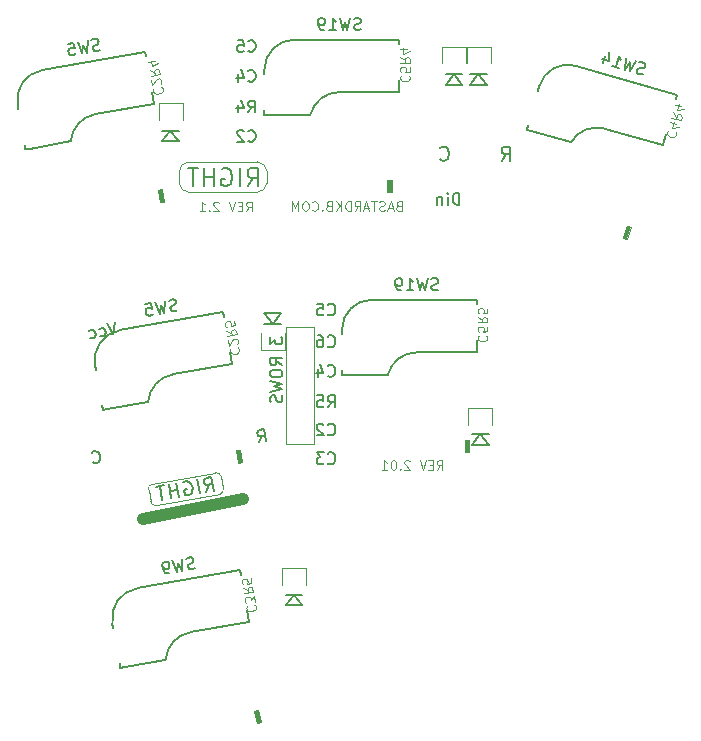
<source format=gbo>
G04 Layer: BottomSilkscreenLayer*
G04 EasyEDA v6.5.25, 2023-03-20 21:11:36*
**********************************至少这一行要换成自己的************************************
G04 Gerber Generator version 0.2*
G04 Scale: 100 percent, Rotated: No, Reflected: No *
G04 Dimensions in millimeters  *
G04 leading zeros omitted , absolute positions ,3 integer and 6 decimal *
G04 #@! TF.GenerationSoftware,KiCad,Pcbnew,7.0.7*
G04 #@! TF.CreationDate,2024-02-03T15:44:35+08:00*
G04 #@! TF.ProjectId,flex,666c6578-2e6b-4696-9361-645f70636258,rev?*
G04 #@! TF.SameCoordinates,Original*
G04 #@! TF.FileFunction,Legend,Bot*
G04 #@! TF.FilePolarity,Positive*
%FSLAX46Y46*%
G04 Gerber Fmt 4.6, Leading zero omitted, Abs format (unit mm)*
G04 Created by KiCad (PCBNEW 7.0.7) date 2024-02-03 15:44:35*
%MOMM*%
%LPD*%
G01*
G04 APERTURE LIST*
%ADD10C,0.120000*%
%ADD11C,1.000000*%
%ADD12C,0.150000*%
%ADD13C,0.200000*%
%ADD14C,0.100000*%
G04 APERTURE END LIST*
D10*
X80781745Y-58484850D02*
G75*
G03*
X81577823Y-57703979I-4045J800350D01*
G01*
X74971934Y-55913790D02*
X80796934Y-55913790D01*
X81577800Y-56684869D02*
G75*
G03*
X80796934Y-55913790I-800400J-29631D01*
G01*
X74971934Y-55913828D02*
G75*
G03*
X74175856Y-56694679I4066J-800372D01*
G01*
X77723108Y-82546359D02*
G75*
G03*
X77220842Y-82234731I-392008J-71241D01*
G01*
D11*
X79530000Y-84475000D02*
X71105000Y-86125000D01*
D10*
X71878257Y-83176758D02*
G75*
G03*
X71566618Y-83678960I71143J-391942D01*
G01*
X71878259Y-83176768D02*
X77220842Y-82234730D01*
X77588358Y-84052192D02*
X72245775Y-84994230D01*
X80781745Y-58484869D02*
X74956745Y-58484868D01*
X77900000Y-83550000D02*
X77723033Y-82546372D01*
X81577823Y-57703979D02*
X81577823Y-56684868D01*
X74175856Y-56694679D02*
X74175856Y-57713790D01*
X77588349Y-84052141D02*
G75*
G03*
X77900000Y-83550000I-71149J391941D01*
G01*
X71566617Y-83678960D02*
X71743584Y-84682588D01*
X74175843Y-57713790D02*
G75*
G03*
X74956745Y-58484868I800357J29590D01*
G01*
X83197500Y-69850000D02*
X85572500Y-69850000D01*
X85572500Y-79800000D01*
X83197500Y-79800000D01*
X83197500Y-69850000D01*
X71743518Y-84682599D02*
G75*
G03*
X72245775Y-84994230I391982J71199D01*
G01*
X79900469Y-93525348D02*
X79869568Y-93569480D01*
X79869568Y-93569480D02*
X79851897Y-93688644D01*
X79851897Y-93688644D02*
X79865127Y-93763677D01*
X79865127Y-93763677D02*
X79922489Y-93869611D01*
X79922489Y-93869611D02*
X80010752Y-93931414D01*
X80010752Y-93931414D02*
X80092401Y-93955700D01*
X80092401Y-93955700D02*
X80249082Y-93966756D01*
X80249082Y-93966756D02*
X80361631Y-93946910D01*
X80361631Y-93946910D02*
X80505082Y-93882933D01*
X80505082Y-93882933D02*
X80573500Y-93832187D01*
X80573500Y-93832187D02*
X80635302Y-93743923D01*
X80635302Y-93743923D02*
X80652973Y-93624759D01*
X80652973Y-93624759D02*
X80639743Y-93549726D01*
X80639743Y-93549726D02*
X80582381Y-93443791D01*
X80582381Y-93443791D02*
X80538249Y-93412890D01*
X80566976Y-93137044D02*
X80480979Y-92649330D01*
X80480979Y-92649330D02*
X80227153Y-92964867D01*
X80227153Y-92964867D02*
X80207308Y-92852317D01*
X80207308Y-92852317D02*
X80156561Y-92783899D01*
X80156561Y-92783899D02*
X80112429Y-92752998D01*
X80112429Y-92752998D02*
X80030781Y-92728712D01*
X80030781Y-92728712D02*
X79843199Y-92761788D01*
X79843199Y-92761788D02*
X79774781Y-92812535D01*
X79774781Y-92812535D02*
X79743880Y-92856666D01*
X79743880Y-92856666D02*
X79719593Y-92938314D01*
X79719593Y-92938314D02*
X79759284Y-93163413D01*
X79759284Y-93163413D02*
X79810031Y-93231831D01*
X79810031Y-93231831D02*
X79854163Y-93262732D01*
X79554214Y-92000402D02*
X79975685Y-92196866D01*
X79633596Y-92450600D02*
X80421442Y-92311681D01*
X80421442Y-92311681D02*
X80368521Y-92011549D01*
X80368521Y-92011549D02*
X80317774Y-91943132D01*
X80317774Y-91943132D02*
X80273643Y-91912230D01*
X80273643Y-91912230D02*
X80191994Y-91887944D01*
X80191994Y-91887944D02*
X80079445Y-91907790D01*
X80079445Y-91907790D02*
X80011027Y-91958537D01*
X80011027Y-91958537D02*
X79980126Y-92002668D01*
X79980126Y-92002668D02*
X79955840Y-92084316D01*
X79955840Y-92084316D02*
X80008761Y-92384448D01*
X80216372Y-91148670D02*
X80282524Y-91523835D01*
X80282524Y-91523835D02*
X79913974Y-91627503D01*
X79913974Y-91627503D02*
X79944875Y-91583372D01*
X79944875Y-91583372D02*
X79969162Y-91501724D01*
X79969162Y-91501724D02*
X79936086Y-91314141D01*
X79936086Y-91314141D02*
X79885339Y-91245723D01*
X79885339Y-91245723D02*
X79841207Y-91214822D01*
X79841207Y-91214822D02*
X79759559Y-91190536D01*
X79759559Y-91190536D02*
X79571977Y-91223612D01*
X79571977Y-91223612D02*
X79503559Y-91274358D01*
X79503559Y-91274358D02*
X79472658Y-91318490D01*
X79472658Y-91318490D02*
X79448371Y-91400138D01*
X79448371Y-91400138D02*
X79481447Y-91587721D01*
X79481447Y-91587721D02*
X79532194Y-91656138D01*
X79532194Y-91656138D02*
X79576326Y-91687040D01*
D12*
X80007192Y-49027365D02*
X80054811Y-49074985D01*
X80054811Y-49074985D02*
X80197668Y-49122604D01*
X80197668Y-49122604D02*
X80292906Y-49122604D01*
X80292906Y-49122604D02*
X80435763Y-49074985D01*
X80435763Y-49074985D02*
X80531001Y-48979746D01*
X80531001Y-48979746D02*
X80578620Y-48884508D01*
X80578620Y-48884508D02*
X80626239Y-48694032D01*
X80626239Y-48694032D02*
X80626239Y-48551175D01*
X80626239Y-48551175D02*
X80578620Y-48360699D01*
X80578620Y-48360699D02*
X80531001Y-48265461D01*
X80531001Y-48265461D02*
X80435763Y-48170223D01*
X80435763Y-48170223D02*
X80292906Y-48122604D01*
X80292906Y-48122604D02*
X80197668Y-48122604D01*
X80197668Y-48122604D02*
X80054811Y-48170223D01*
X80054811Y-48170223D02*
X80007192Y-48217842D01*
X79150049Y-48455937D02*
X79150049Y-49122604D01*
X79388144Y-48074985D02*
X79626239Y-48789270D01*
X79626239Y-48789270D02*
X79007192Y-48789270D01*
X66903495Y-81355727D02*
X66958659Y-81394354D01*
X66958659Y-81394354D02*
X67107615Y-81416442D01*
X67107615Y-81416442D02*
X67201406Y-81399904D01*
X67201406Y-81399904D02*
X67333824Y-81328202D01*
X67333824Y-81328202D02*
X67411077Y-81217873D01*
X67411077Y-81217873D02*
X67441435Y-81115813D01*
X67441435Y-81115813D02*
X67455255Y-80919961D01*
X67455255Y-80919961D02*
X67430448Y-80779274D01*
X67430448Y-80779274D02*
X67350476Y-80599961D01*
X67350476Y-80599961D02*
X67287043Y-80514439D01*
X67287043Y-80514439D02*
X67176714Y-80437185D01*
X67176714Y-80437185D02*
X67027758Y-80415097D01*
X67027758Y-80415097D02*
X66933967Y-80431634D01*
X66933967Y-80431634D02*
X66801549Y-80503337D01*
X66801549Y-80503337D02*
X66762922Y-80558502D01*
X80924157Y-79651657D02*
X81169736Y-79124818D01*
X81486904Y-79552430D02*
X81313256Y-78567622D01*
X81313256Y-78567622D02*
X80938091Y-78633773D01*
X80938091Y-78633773D02*
X80852569Y-78697207D01*
X80852569Y-78697207D02*
X80813942Y-78752372D01*
X80813942Y-78752372D02*
X80783584Y-78854432D01*
X80783584Y-78854432D02*
X80808391Y-78995119D01*
X80808391Y-78995119D02*
X80871825Y-79080641D01*
X80871825Y-79080641D02*
X80926989Y-79119267D01*
X80926989Y-79119267D02*
X81029049Y-79149625D01*
X81029049Y-79149625D02*
X81404214Y-79083473D01*
X80007192Y-54127365D02*
X80054811Y-54174985D01*
X80054811Y-54174985D02*
X80197668Y-54222604D01*
X80197668Y-54222604D02*
X80292906Y-54222604D01*
X80292906Y-54222604D02*
X80435763Y-54174985D01*
X80435763Y-54174985D02*
X80531001Y-54079746D01*
X80531001Y-54079746D02*
X80578620Y-53984508D01*
X80578620Y-53984508D02*
X80626239Y-53794032D01*
X80626239Y-53794032D02*
X80626239Y-53651175D01*
X80626239Y-53651175D02*
X80578620Y-53460699D01*
X80578620Y-53460699D02*
X80531001Y-53365461D01*
X80531001Y-53365461D02*
X80435763Y-53270223D01*
X80435763Y-53270223D02*
X80292906Y-53222604D01*
X80292906Y-53222604D02*
X80197668Y-53222604D01*
X80197668Y-53222604D02*
X80054811Y-53270223D01*
X80054811Y-53270223D02*
X80007192Y-53317842D01*
X79626239Y-53317842D02*
X79578620Y-53270223D01*
X79578620Y-53270223D02*
X79483382Y-53222604D01*
X79483382Y-53222604D02*
X79245287Y-53222604D01*
X79245287Y-53222604D02*
X79150049Y-53270223D01*
X79150049Y-53270223D02*
X79102430Y-53317842D01*
X79102430Y-53317842D02*
X79054811Y-53413080D01*
X79054811Y-53413080D02*
X79054811Y-53508318D01*
X79054811Y-53508318D02*
X79102430Y-53651175D01*
X79102430Y-53651175D02*
X79673858Y-54222604D01*
X79673858Y-54222604D02*
X79054811Y-54222604D01*
X86741666Y-78977180D02*
X86789285Y-79024800D01*
X86789285Y-79024800D02*
X86932142Y-79072419D01*
X86932142Y-79072419D02*
X87027380Y-79072419D01*
X87027380Y-79072419D02*
X87170237Y-79024800D01*
X87170237Y-79024800D02*
X87265475Y-78929561D01*
X87265475Y-78929561D02*
X87313094Y-78834323D01*
X87313094Y-78834323D02*
X87360713Y-78643847D01*
X87360713Y-78643847D02*
X87360713Y-78500990D01*
X87360713Y-78500990D02*
X87313094Y-78310514D01*
X87313094Y-78310514D02*
X87265475Y-78215276D01*
X87265475Y-78215276D02*
X87170237Y-78120038D01*
X87170237Y-78120038D02*
X87027380Y-78072419D01*
X87027380Y-78072419D02*
X86932142Y-78072419D01*
X86932142Y-78072419D02*
X86789285Y-78120038D01*
X86789285Y-78120038D02*
X86741666Y-78167657D01*
X86360713Y-78167657D02*
X86313094Y-78120038D01*
X86313094Y-78120038D02*
X86217856Y-78072419D01*
X86217856Y-78072419D02*
X85979761Y-78072419D01*
X85979761Y-78072419D02*
X85884523Y-78120038D01*
X85884523Y-78120038D02*
X85836904Y-78167657D01*
X85836904Y-78167657D02*
X85789285Y-78262895D01*
X85789285Y-78262895D02*
X85789285Y-78358133D01*
X85789285Y-78358133D02*
X85836904Y-78500990D01*
X85836904Y-78500990D02*
X86408332Y-79072419D01*
X86408332Y-79072419D02*
X85789285Y-79072419D01*
X80007192Y-51722604D02*
X80340525Y-51246413D01*
X80578620Y-51722604D02*
X80578620Y-50722604D01*
X80578620Y-50722604D02*
X80197668Y-50722604D01*
X80197668Y-50722604D02*
X80102430Y-50770223D01*
X80102430Y-50770223D02*
X80054811Y-50817842D01*
X80054811Y-50817842D02*
X80007192Y-50913080D01*
X80007192Y-50913080D02*
X80007192Y-51055937D01*
X80007192Y-51055937D02*
X80054811Y-51151175D01*
X80054811Y-51151175D02*
X80102430Y-51198794D01*
X80102430Y-51198794D02*
X80197668Y-51246413D01*
X80197668Y-51246413D02*
X80578620Y-51246413D01*
X79150049Y-51055937D02*
X79150049Y-51722604D01*
X79388144Y-50674985D02*
X79626239Y-51389270D01*
X79626239Y-51389270D02*
X79007192Y-51389270D01*
D10*
X92746478Y-59637592D02*
X92632192Y-59675687D01*
X92632192Y-59675687D02*
X92594097Y-59713783D01*
X92594097Y-59713783D02*
X92556001Y-59789973D01*
X92556001Y-59789973D02*
X92556001Y-59904259D01*
X92556001Y-59904259D02*
X92594097Y-59980449D01*
X92594097Y-59980449D02*
X92632192Y-60018545D01*
X92632192Y-60018545D02*
X92708382Y-60056640D01*
X92708382Y-60056640D02*
X93013144Y-60056640D01*
X93013144Y-60056640D02*
X93013144Y-59256640D01*
X93013144Y-59256640D02*
X92746478Y-59256640D01*
X92746478Y-59256640D02*
X92670287Y-59294735D01*
X92670287Y-59294735D02*
X92632192Y-59332830D01*
X92632192Y-59332830D02*
X92594097Y-59409021D01*
X92594097Y-59409021D02*
X92594097Y-59485211D01*
X92594097Y-59485211D02*
X92632192Y-59561402D01*
X92632192Y-59561402D02*
X92670287Y-59599497D01*
X92670287Y-59599497D02*
X92746478Y-59637592D01*
X92746478Y-59637592D02*
X93013144Y-59637592D01*
X92251240Y-59828068D02*
X91870287Y-59828068D01*
X92327430Y-60056640D02*
X92060763Y-59256640D01*
X92060763Y-59256640D02*
X91794097Y-60056640D01*
X91565526Y-60018545D02*
X91451240Y-60056640D01*
X91451240Y-60056640D02*
X91260764Y-60056640D01*
X91260764Y-60056640D02*
X91184573Y-60018545D01*
X91184573Y-60018545D02*
X91146478Y-59980449D01*
X91146478Y-59980449D02*
X91108383Y-59904259D01*
X91108383Y-59904259D02*
X91108383Y-59828068D01*
X91108383Y-59828068D02*
X91146478Y-59751878D01*
X91146478Y-59751878D02*
X91184573Y-59713783D01*
X91184573Y-59713783D02*
X91260764Y-59675687D01*
X91260764Y-59675687D02*
X91413145Y-59637592D01*
X91413145Y-59637592D02*
X91489335Y-59599497D01*
X91489335Y-59599497D02*
X91527430Y-59561402D01*
X91527430Y-59561402D02*
X91565526Y-59485211D01*
X91565526Y-59485211D02*
X91565526Y-59409021D01*
X91565526Y-59409021D02*
X91527430Y-59332830D01*
X91527430Y-59332830D02*
X91489335Y-59294735D01*
X91489335Y-59294735D02*
X91413145Y-59256640D01*
X91413145Y-59256640D02*
X91222668Y-59256640D01*
X91222668Y-59256640D02*
X91108383Y-59294735D01*
X90879811Y-59256640D02*
X90422668Y-59256640D01*
X90651240Y-60056640D02*
X90651240Y-59256640D01*
X90194097Y-59828068D02*
X89813144Y-59828068D01*
X90270287Y-60056640D02*
X90003620Y-59256640D01*
X90003620Y-59256640D02*
X89736954Y-60056640D01*
X89013144Y-60056640D02*
X89279811Y-59675687D01*
X89470287Y-60056640D02*
X89470287Y-59256640D01*
X89470287Y-59256640D02*
X89165525Y-59256640D01*
X89165525Y-59256640D02*
X89089335Y-59294735D01*
X89089335Y-59294735D02*
X89051240Y-59332830D01*
X89051240Y-59332830D02*
X89013144Y-59409021D01*
X89013144Y-59409021D02*
X89013144Y-59523306D01*
X89013144Y-59523306D02*
X89051240Y-59599497D01*
X89051240Y-59599497D02*
X89089335Y-59637592D01*
X89089335Y-59637592D02*
X89165525Y-59675687D01*
X89165525Y-59675687D02*
X89470287Y-59675687D01*
X88670287Y-60056640D02*
X88670287Y-59256640D01*
X88670287Y-59256640D02*
X88479811Y-59256640D01*
X88479811Y-59256640D02*
X88365525Y-59294735D01*
X88365525Y-59294735D02*
X88289335Y-59370925D01*
X88289335Y-59370925D02*
X88251240Y-59447116D01*
X88251240Y-59447116D02*
X88213144Y-59599497D01*
X88213144Y-59599497D02*
X88213144Y-59713783D01*
X88213144Y-59713783D02*
X88251240Y-59866164D01*
X88251240Y-59866164D02*
X88289335Y-59942354D01*
X88289335Y-59942354D02*
X88365525Y-60018545D01*
X88365525Y-60018545D02*
X88479811Y-60056640D01*
X88479811Y-60056640D02*
X88670287Y-60056640D01*
X87870287Y-60056640D02*
X87870287Y-59256640D01*
X87413144Y-60056640D02*
X87756002Y-59599497D01*
X87413144Y-59256640D02*
X87870287Y-59713783D01*
X86803621Y-59637592D02*
X86689335Y-59675687D01*
X86689335Y-59675687D02*
X86651240Y-59713783D01*
X86651240Y-59713783D02*
X86613144Y-59789973D01*
X86613144Y-59789973D02*
X86613144Y-59904259D01*
X86613144Y-59904259D02*
X86651240Y-59980449D01*
X86651240Y-59980449D02*
X86689335Y-60018545D01*
X86689335Y-60018545D02*
X86765525Y-60056640D01*
X86765525Y-60056640D02*
X87070287Y-60056640D01*
X87070287Y-60056640D02*
X87070287Y-59256640D01*
X87070287Y-59256640D02*
X86803621Y-59256640D01*
X86803621Y-59256640D02*
X86727430Y-59294735D01*
X86727430Y-59294735D02*
X86689335Y-59332830D01*
X86689335Y-59332830D02*
X86651240Y-59409021D01*
X86651240Y-59409021D02*
X86651240Y-59485211D01*
X86651240Y-59485211D02*
X86689335Y-59561402D01*
X86689335Y-59561402D02*
X86727430Y-59599497D01*
X86727430Y-59599497D02*
X86803621Y-59637592D01*
X86803621Y-59637592D02*
X87070287Y-59637592D01*
X86270287Y-59980449D02*
X86232192Y-60018545D01*
X86232192Y-60018545D02*
X86270287Y-60056640D01*
X86270287Y-60056640D02*
X86308383Y-60018545D01*
X86308383Y-60018545D02*
X86270287Y-59980449D01*
X86270287Y-59980449D02*
X86270287Y-60056640D01*
X85432192Y-59980449D02*
X85470288Y-60018545D01*
X85470288Y-60018545D02*
X85584573Y-60056640D01*
X85584573Y-60056640D02*
X85660764Y-60056640D01*
X85660764Y-60056640D02*
X85775050Y-60018545D01*
X85775050Y-60018545D02*
X85851240Y-59942354D01*
X85851240Y-59942354D02*
X85889335Y-59866164D01*
X85889335Y-59866164D02*
X85927431Y-59713783D01*
X85927431Y-59713783D02*
X85927431Y-59599497D01*
X85927431Y-59599497D02*
X85889335Y-59447116D01*
X85889335Y-59447116D02*
X85851240Y-59370925D01*
X85851240Y-59370925D02*
X85775050Y-59294735D01*
X85775050Y-59294735D02*
X85660764Y-59256640D01*
X85660764Y-59256640D02*
X85584573Y-59256640D01*
X85584573Y-59256640D02*
X85470288Y-59294735D01*
X85470288Y-59294735D02*
X85432192Y-59332830D01*
X84936954Y-59256640D02*
X84784573Y-59256640D01*
X84784573Y-59256640D02*
X84708383Y-59294735D01*
X84708383Y-59294735D02*
X84632192Y-59370925D01*
X84632192Y-59370925D02*
X84594097Y-59523306D01*
X84594097Y-59523306D02*
X84594097Y-59789973D01*
X84594097Y-59789973D02*
X84632192Y-59942354D01*
X84632192Y-59942354D02*
X84708383Y-60018545D01*
X84708383Y-60018545D02*
X84784573Y-60056640D01*
X84784573Y-60056640D02*
X84936954Y-60056640D01*
X84936954Y-60056640D02*
X85013145Y-60018545D01*
X85013145Y-60018545D02*
X85089335Y-59942354D01*
X85089335Y-59942354D02*
X85127431Y-59789973D01*
X85127431Y-59789973D02*
X85127431Y-59523306D01*
X85127431Y-59523306D02*
X85089335Y-59370925D01*
X85089335Y-59370925D02*
X85013145Y-59294735D01*
X85013145Y-59294735D02*
X84936954Y-59256640D01*
X84251240Y-60056640D02*
X84251240Y-59256640D01*
X84251240Y-59256640D02*
X83984574Y-59828068D01*
X83984574Y-59828068D02*
X83717907Y-59256640D01*
X83717907Y-59256640D02*
X83717907Y-60056640D01*
D12*
X86741666Y-68817180D02*
X86789285Y-68864800D01*
X86789285Y-68864800D02*
X86932142Y-68912419D01*
X86932142Y-68912419D02*
X87027380Y-68912419D01*
X87027380Y-68912419D02*
X87170237Y-68864800D01*
X87170237Y-68864800D02*
X87265475Y-68769561D01*
X87265475Y-68769561D02*
X87313094Y-68674323D01*
X87313094Y-68674323D02*
X87360713Y-68483847D01*
X87360713Y-68483847D02*
X87360713Y-68340990D01*
X87360713Y-68340990D02*
X87313094Y-68150514D01*
X87313094Y-68150514D02*
X87265475Y-68055276D01*
X87265475Y-68055276D02*
X87170237Y-67960038D01*
X87170237Y-67960038D02*
X87027380Y-67912419D01*
X87027380Y-67912419D02*
X86932142Y-67912419D01*
X86932142Y-67912419D02*
X86789285Y-67960038D01*
X86789285Y-67960038D02*
X86741666Y-68007657D01*
X85836904Y-67912419D02*
X86313094Y-67912419D01*
X86313094Y-67912419D02*
X86360713Y-68388609D01*
X86360713Y-68388609D02*
X86313094Y-68340990D01*
X86313094Y-68340990D02*
X86217856Y-68293371D01*
X86217856Y-68293371D02*
X85979761Y-68293371D01*
X85979761Y-68293371D02*
X85884523Y-68340990D01*
X85884523Y-68340990D02*
X85836904Y-68388609D01*
X85836904Y-68388609D02*
X85789285Y-68483847D01*
X85789285Y-68483847D02*
X85789285Y-68721942D01*
X85789285Y-68721942D02*
X85836904Y-68817180D01*
X85836904Y-68817180D02*
X85884523Y-68864800D01*
X85884523Y-68864800D02*
X85979761Y-68912419D01*
X85979761Y-68912419D02*
X86217856Y-68912419D01*
X86217856Y-68912419D02*
X86313094Y-68864800D01*
X86313094Y-68864800D02*
X86360713Y-68817180D01*
X76394563Y-83883321D02*
X76689259Y-83251114D01*
X77069860Y-83764248D02*
X76861482Y-82582478D01*
X76861482Y-82582478D02*
X76411285Y-82661861D01*
X76411285Y-82661861D02*
X76308658Y-82737981D01*
X76308658Y-82737981D02*
X76262306Y-82804178D01*
X76262306Y-82804178D02*
X76225877Y-82926650D01*
X76225877Y-82926650D02*
X76255645Y-83095475D01*
X76255645Y-83095475D02*
X76331765Y-83198101D01*
X76331765Y-83198101D02*
X76397963Y-83244453D01*
X76397963Y-83244453D02*
X76520435Y-83280883D01*
X76520435Y-83280883D02*
X76970633Y-83201501D01*
X75888091Y-83972626D02*
X75679713Y-82790856D01*
X74507866Y-83055509D02*
X74610493Y-82979389D01*
X74610493Y-82979389D02*
X74779317Y-82949620D01*
X74779317Y-82949620D02*
X74958064Y-82976127D01*
X74958064Y-82976127D02*
X75090459Y-83068831D01*
X75090459Y-83068831D02*
X75166579Y-83171458D01*
X75166579Y-83171458D02*
X75262545Y-83386634D01*
X75262545Y-83386634D02*
X75292313Y-83555458D01*
X75292313Y-83555458D02*
X75275729Y-83790480D01*
X75275729Y-83790480D02*
X75239300Y-83912952D01*
X75239300Y-83912952D02*
X75146596Y-84045347D01*
X75146596Y-84045347D02*
X74987695Y-84131390D01*
X74987695Y-84131390D02*
X74875145Y-84151235D01*
X74875145Y-84151235D02*
X74696398Y-84124729D01*
X74696398Y-84124729D02*
X74630201Y-84078377D01*
X74630201Y-84078377D02*
X74560742Y-83684454D01*
X74560742Y-83684454D02*
X74785841Y-83644763D01*
X74143574Y-84280231D02*
X73935196Y-83098462D01*
X74034424Y-83661209D02*
X73359127Y-83780282D01*
X73468277Y-84399304D02*
X73259899Y-83217535D01*
X72865976Y-83286994D02*
X72190679Y-83406067D01*
X72736705Y-84528300D02*
X72528328Y-83346531D01*
X97892906Y-59522604D02*
X97892906Y-58522604D01*
X97892906Y-58522604D02*
X97654811Y-58522604D01*
X97654811Y-58522604D02*
X97511954Y-58570223D01*
X97511954Y-58570223D02*
X97416716Y-58665461D01*
X97416716Y-58665461D02*
X97369097Y-58760699D01*
X97369097Y-58760699D02*
X97321478Y-58951175D01*
X97321478Y-58951175D02*
X97321478Y-59094032D01*
X97321478Y-59094032D02*
X97369097Y-59284508D01*
X97369097Y-59284508D02*
X97416716Y-59379746D01*
X97416716Y-59379746D02*
X97511954Y-59474985D01*
X97511954Y-59474985D02*
X97654811Y-59522604D01*
X97654811Y-59522604D02*
X97892906Y-59522604D01*
X96892906Y-59522604D02*
X96892906Y-58855937D01*
X96892906Y-58522604D02*
X96940525Y-58570223D01*
X96940525Y-58570223D02*
X96892906Y-58617842D01*
X96892906Y-58617842D02*
X96845287Y-58570223D01*
X96845287Y-58570223D02*
X96892906Y-58522604D01*
X96892906Y-58522604D02*
X96892906Y-58617842D01*
X96416716Y-58855937D02*
X96416716Y-59522604D01*
X96416716Y-58951175D02*
X96369097Y-58903556D01*
X96369097Y-58903556D02*
X96273859Y-58855937D01*
X96273859Y-58855937D02*
X96131002Y-58855937D01*
X96131002Y-58855937D02*
X96035764Y-58903556D01*
X96035764Y-58903556D02*
X95988145Y-58998794D01*
X95988145Y-58998794D02*
X95988145Y-59522604D01*
X68736837Y-69459200D02*
X68582216Y-70501891D01*
X68582216Y-70501891D02*
X68080298Y-69574966D01*
X67495348Y-70645181D02*
X67597408Y-70675539D01*
X67597408Y-70675539D02*
X67784990Y-70642463D01*
X67784990Y-70642463D02*
X67870512Y-70579029D01*
X67870512Y-70579029D02*
X67909139Y-70523865D01*
X67909139Y-70523865D02*
X67939497Y-70421805D01*
X67939497Y-70421805D02*
X67889883Y-70140431D01*
X67889883Y-70140431D02*
X67826449Y-70054909D01*
X67826449Y-70054909D02*
X67771285Y-70016282D01*
X67771285Y-70016282D02*
X67669225Y-69985924D01*
X67669225Y-69985924D02*
X67481642Y-70019000D01*
X67481642Y-70019000D02*
X67396120Y-70082434D01*
X66651227Y-70794022D02*
X66753287Y-70824380D01*
X66753287Y-70824380D02*
X66940869Y-70791304D01*
X66940869Y-70791304D02*
X67026391Y-70727871D01*
X67026391Y-70727871D02*
X67065018Y-70672706D01*
X67065018Y-70672706D02*
X67095376Y-70570646D01*
X67095376Y-70570646D02*
X67045762Y-70289272D01*
X67045762Y-70289272D02*
X66982328Y-70203750D01*
X66982328Y-70203750D02*
X66927164Y-70165123D01*
X66927164Y-70165123D02*
X66825104Y-70134766D01*
X66825104Y-70134766D02*
X66637521Y-70167842D01*
X66637521Y-70167842D02*
X66551999Y-70231275D01*
X86741666Y-76686519D02*
X87074999Y-76210328D01*
X87313094Y-76686519D02*
X87313094Y-75686519D01*
X87313094Y-75686519D02*
X86932142Y-75686519D01*
X86932142Y-75686519D02*
X86836904Y-75734138D01*
X86836904Y-75734138D02*
X86789285Y-75781757D01*
X86789285Y-75781757D02*
X86741666Y-75876995D01*
X86741666Y-75876995D02*
X86741666Y-76019852D01*
X86741666Y-76019852D02*
X86789285Y-76115090D01*
X86789285Y-76115090D02*
X86836904Y-76162709D01*
X86836904Y-76162709D02*
X86932142Y-76210328D01*
X86932142Y-76210328D02*
X87313094Y-76210328D01*
X85836904Y-75686519D02*
X86313094Y-75686519D01*
X86313094Y-75686519D02*
X86360713Y-76162709D01*
X86360713Y-76162709D02*
X86313094Y-76115090D01*
X86313094Y-76115090D02*
X86217856Y-76067471D01*
X86217856Y-76067471D02*
X85979761Y-76067471D01*
X85979761Y-76067471D02*
X85884523Y-76115090D01*
X85884523Y-76115090D02*
X85836904Y-76162709D01*
X85836904Y-76162709D02*
X85789285Y-76257947D01*
X85789285Y-76257947D02*
X85789285Y-76496042D01*
X85789285Y-76496042D02*
X85836904Y-76591280D01*
X85836904Y-76591280D02*
X85884523Y-76638900D01*
X85884523Y-76638900D02*
X85979761Y-76686519D01*
X85979761Y-76686519D02*
X86217856Y-76686519D01*
X86217856Y-76686519D02*
X86313094Y-76638900D01*
X86313094Y-76638900D02*
X86360713Y-76591280D01*
D10*
X115611993Y-53242361D02*
X115564873Y-53268480D01*
X115564873Y-53268480D02*
X115496752Y-53367838D01*
X115496752Y-53367838D02*
X115475751Y-53441077D01*
X115475751Y-53441077D02*
X115480869Y-53561436D01*
X115480869Y-53561436D02*
X115533107Y-53655676D01*
X115533107Y-53655676D02*
X115595846Y-53713297D01*
X115595846Y-53713297D02*
X115731823Y-53791918D01*
X115731823Y-53791918D02*
X115841682Y-53823420D01*
X115841682Y-53823420D02*
X115998660Y-53828802D01*
X115998660Y-53828802D02*
X116082400Y-53813183D01*
X116082400Y-53813183D02*
X116176640Y-53760945D01*
X116176640Y-53760945D02*
X116244761Y-53661587D01*
X116244761Y-53661587D02*
X116265762Y-53588348D01*
X116265762Y-53588348D02*
X116260643Y-53467989D01*
X116260643Y-53467989D02*
X116234524Y-53420869D01*
X116240435Y-52709216D02*
X115727763Y-52562210D01*
X116480889Y-52976317D02*
X115879094Y-53001908D01*
X115879094Y-53001908D02*
X116015600Y-52525854D01*
X115969273Y-51719961D02*
X116261965Y-52081302D01*
X115843268Y-52159395D02*
X116612277Y-52379905D01*
X116612277Y-52379905D02*
X116696281Y-52086949D01*
X116696281Y-52086949D02*
X116680662Y-52003209D01*
X116680662Y-52003209D02*
X116654543Y-51956089D01*
X116654543Y-51956089D02*
X116591805Y-51898469D01*
X116591805Y-51898469D02*
X116481946Y-51866968D01*
X116481946Y-51866968D02*
X116398207Y-51882586D01*
X116398207Y-51882586D02*
X116351087Y-51908705D01*
X116351087Y-51908705D02*
X116293466Y-51971444D01*
X116293466Y-51971444D02*
X116209463Y-52264400D01*
X116670955Y-51207817D02*
X116158282Y-51060810D01*
X116911408Y-51474918D02*
X116309614Y-51500508D01*
X116309614Y-51500508D02*
X116446120Y-51024455D01*
D12*
X81877319Y-70734286D02*
X81877319Y-71353333D01*
X81877319Y-71353333D02*
X82258271Y-71020000D01*
X82258271Y-71020000D02*
X82258271Y-71162857D01*
X82258271Y-71162857D02*
X82305890Y-71258095D01*
X82305890Y-71258095D02*
X82353509Y-71305714D01*
X82353509Y-71305714D02*
X82448747Y-71353333D01*
X82448747Y-71353333D02*
X82686842Y-71353333D01*
X82686842Y-71353333D02*
X82782080Y-71305714D01*
X82782080Y-71305714D02*
X82829700Y-71258095D01*
X82829700Y-71258095D02*
X82877319Y-71162857D01*
X82877319Y-71162857D02*
X82877319Y-70877143D01*
X82877319Y-70877143D02*
X82829700Y-70781905D01*
X82829700Y-70781905D02*
X82782080Y-70734286D01*
X82877319Y-73115238D02*
X82401128Y-72781905D01*
X82877319Y-72543810D02*
X81877319Y-72543810D01*
X81877319Y-72543810D02*
X81877319Y-72924762D01*
X81877319Y-72924762D02*
X81924938Y-73020000D01*
X81924938Y-73020000D02*
X81972557Y-73067619D01*
X81972557Y-73067619D02*
X82067795Y-73115238D01*
X82067795Y-73115238D02*
X82210652Y-73115238D01*
X82210652Y-73115238D02*
X82305890Y-73067619D01*
X82305890Y-73067619D02*
X82353509Y-73020000D01*
X82353509Y-73020000D02*
X82401128Y-72924762D01*
X82401128Y-72924762D02*
X82401128Y-72543810D01*
X81877319Y-73734286D02*
X81877319Y-73924762D01*
X81877319Y-73924762D02*
X81924938Y-74020000D01*
X81924938Y-74020000D02*
X82020176Y-74115238D01*
X82020176Y-74115238D02*
X82210652Y-74162857D01*
X82210652Y-74162857D02*
X82543985Y-74162857D01*
X82543985Y-74162857D02*
X82734461Y-74115238D01*
X82734461Y-74115238D02*
X82829700Y-74020000D01*
X82829700Y-74020000D02*
X82877319Y-73924762D01*
X82877319Y-73924762D02*
X82877319Y-73734286D01*
X82877319Y-73734286D02*
X82829700Y-73639048D01*
X82829700Y-73639048D02*
X82734461Y-73543810D01*
X82734461Y-73543810D02*
X82543985Y-73496191D01*
X82543985Y-73496191D02*
X82210652Y-73496191D01*
X82210652Y-73496191D02*
X82020176Y-73543810D01*
X82020176Y-73543810D02*
X81924938Y-73639048D01*
X81924938Y-73639048D02*
X81877319Y-73734286D01*
X81877319Y-74496191D02*
X82877319Y-74734286D01*
X82877319Y-74734286D02*
X82163033Y-74924762D01*
X82163033Y-74924762D02*
X82877319Y-75115238D01*
X82877319Y-75115238D02*
X81877319Y-75353334D01*
X82829700Y-75686667D02*
X82877319Y-75829524D01*
X82877319Y-75829524D02*
X82877319Y-76067619D01*
X82877319Y-76067619D02*
X82829700Y-76162857D01*
X82829700Y-76162857D02*
X82782080Y-76210476D01*
X82782080Y-76210476D02*
X82686842Y-76258095D01*
X82686842Y-76258095D02*
X82591604Y-76258095D01*
X82591604Y-76258095D02*
X82496366Y-76210476D01*
X82496366Y-76210476D02*
X82448747Y-76162857D01*
X82448747Y-76162857D02*
X82401128Y-76067619D01*
X82401128Y-76067619D02*
X82353509Y-75877143D01*
X82353509Y-75877143D02*
X82305890Y-75781905D01*
X82305890Y-75781905D02*
X82258271Y-75734286D01*
X82258271Y-75734286D02*
X82163033Y-75686667D01*
X82163033Y-75686667D02*
X82067795Y-75686667D01*
X82067795Y-75686667D02*
X81972557Y-75734286D01*
X81972557Y-75734286D02*
X81924938Y-75781905D01*
X81924938Y-75781905D02*
X81877319Y-75877143D01*
X81877319Y-75877143D02*
X81877319Y-76115238D01*
X81877319Y-76115238D02*
X81924938Y-76258095D01*
D10*
X79829811Y-60081640D02*
X80096478Y-59700687D01*
X80286954Y-60081640D02*
X80286954Y-59281640D01*
X80286954Y-59281640D02*
X79982192Y-59281640D01*
X79982192Y-59281640D02*
X79906002Y-59319735D01*
X79906002Y-59319735D02*
X79867907Y-59357830D01*
X79867907Y-59357830D02*
X79829811Y-59434021D01*
X79829811Y-59434021D02*
X79829811Y-59548306D01*
X79829811Y-59548306D02*
X79867907Y-59624497D01*
X79867907Y-59624497D02*
X79906002Y-59662592D01*
X79906002Y-59662592D02*
X79982192Y-59700687D01*
X79982192Y-59700687D02*
X80286954Y-59700687D01*
X79486954Y-59662592D02*
X79220288Y-59662592D01*
X79106002Y-60081640D02*
X79486954Y-60081640D01*
X79486954Y-60081640D02*
X79486954Y-59281640D01*
X79486954Y-59281640D02*
X79106002Y-59281640D01*
X78877430Y-59281640D02*
X78610763Y-60081640D01*
X78610763Y-60081640D02*
X78344097Y-59281640D01*
X77506002Y-59357830D02*
X77467906Y-59319735D01*
X77467906Y-59319735D02*
X77391716Y-59281640D01*
X77391716Y-59281640D02*
X77201240Y-59281640D01*
X77201240Y-59281640D02*
X77125049Y-59319735D01*
X77125049Y-59319735D02*
X77086954Y-59357830D01*
X77086954Y-59357830D02*
X77048859Y-59434021D01*
X77048859Y-59434021D02*
X77048859Y-59510211D01*
X77048859Y-59510211D02*
X77086954Y-59624497D01*
X77086954Y-59624497D02*
X77544097Y-60081640D01*
X77544097Y-60081640D02*
X77048859Y-60081640D01*
X76706001Y-60005449D02*
X76667906Y-60043545D01*
X76667906Y-60043545D02*
X76706001Y-60081640D01*
X76706001Y-60081640D02*
X76744097Y-60043545D01*
X76744097Y-60043545D02*
X76706001Y-60005449D01*
X76706001Y-60005449D02*
X76706001Y-60081640D01*
X75906002Y-60081640D02*
X76363145Y-60081640D01*
X76134573Y-60081640D02*
X76134573Y-59281640D01*
X76134573Y-59281640D02*
X76210764Y-59395925D01*
X76210764Y-59395925D02*
X76286954Y-59472116D01*
X76286954Y-59472116D02*
X76363145Y-59510211D01*
X95995237Y-81963855D02*
X96261904Y-81582902D01*
X96452380Y-81963855D02*
X96452380Y-81163855D01*
X96452380Y-81163855D02*
X96147618Y-81163855D01*
X96147618Y-81163855D02*
X96071428Y-81201950D01*
X96071428Y-81201950D02*
X96033333Y-81240045D01*
X96033333Y-81240045D02*
X95995237Y-81316236D01*
X95995237Y-81316236D02*
X95995237Y-81430521D01*
X95995237Y-81430521D02*
X96033333Y-81506712D01*
X96033333Y-81506712D02*
X96071428Y-81544807D01*
X96071428Y-81544807D02*
X96147618Y-81582902D01*
X96147618Y-81582902D02*
X96452380Y-81582902D01*
X95652380Y-81544807D02*
X95385714Y-81544807D01*
X95271428Y-81963855D02*
X95652380Y-81963855D01*
X95652380Y-81963855D02*
X95652380Y-81163855D01*
X95652380Y-81163855D02*
X95271428Y-81163855D01*
X95042856Y-81163855D02*
X94776189Y-81963855D01*
X94776189Y-81963855D02*
X94509523Y-81163855D01*
X93671428Y-81240045D02*
X93633332Y-81201950D01*
X93633332Y-81201950D02*
X93557142Y-81163855D01*
X93557142Y-81163855D02*
X93366666Y-81163855D01*
X93366666Y-81163855D02*
X93290475Y-81201950D01*
X93290475Y-81201950D02*
X93252380Y-81240045D01*
X93252380Y-81240045D02*
X93214285Y-81316236D01*
X93214285Y-81316236D02*
X93214285Y-81392426D01*
X93214285Y-81392426D02*
X93252380Y-81506712D01*
X93252380Y-81506712D02*
X93709523Y-81963855D01*
X93709523Y-81963855D02*
X93214285Y-81963855D01*
X92871427Y-81887664D02*
X92833332Y-81925760D01*
X92833332Y-81925760D02*
X92871427Y-81963855D01*
X92871427Y-81963855D02*
X92909523Y-81925760D01*
X92909523Y-81925760D02*
X92871427Y-81887664D01*
X92871427Y-81887664D02*
X92871427Y-81963855D01*
X92338094Y-81163855D02*
X92261904Y-81163855D01*
X92261904Y-81163855D02*
X92185713Y-81201950D01*
X92185713Y-81201950D02*
X92147618Y-81240045D01*
X92147618Y-81240045D02*
X92109523Y-81316236D01*
X92109523Y-81316236D02*
X92071428Y-81468617D01*
X92071428Y-81468617D02*
X92071428Y-81659093D01*
X92071428Y-81659093D02*
X92109523Y-81811474D01*
X92109523Y-81811474D02*
X92147618Y-81887664D01*
X92147618Y-81887664D02*
X92185713Y-81925760D01*
X92185713Y-81925760D02*
X92261904Y-81963855D01*
X92261904Y-81963855D02*
X92338094Y-81963855D01*
X92338094Y-81963855D02*
X92414285Y-81925760D01*
X92414285Y-81925760D02*
X92452380Y-81887664D01*
X92452380Y-81887664D02*
X92490475Y-81811474D01*
X92490475Y-81811474D02*
X92528571Y-81659093D01*
X92528571Y-81659093D02*
X92528571Y-81468617D01*
X92528571Y-81468617D02*
X92490475Y-81316236D01*
X92490475Y-81316236D02*
X92452380Y-81240045D01*
X92452380Y-81240045D02*
X92414285Y-81201950D01*
X92414285Y-81201950D02*
X92338094Y-81163855D01*
X91309523Y-81963855D02*
X91766666Y-81963855D01*
X91538094Y-81963855D02*
X91538094Y-81163855D01*
X91538094Y-81163855D02*
X91614285Y-81278140D01*
X91614285Y-81278140D02*
X91690475Y-81354331D01*
X91690475Y-81354331D02*
X91766666Y-81392426D01*
D12*
X96269097Y-55700842D02*
X96326240Y-55757985D01*
X96326240Y-55757985D02*
X96497668Y-55815127D01*
X96497668Y-55815127D02*
X96611954Y-55815127D01*
X96611954Y-55815127D02*
X96783383Y-55757985D01*
X96783383Y-55757985D02*
X96897668Y-55643699D01*
X96897668Y-55643699D02*
X96954811Y-55529413D01*
X96954811Y-55529413D02*
X97011954Y-55300842D01*
X97011954Y-55300842D02*
X97011954Y-55129413D01*
X97011954Y-55129413D02*
X96954811Y-54900842D01*
X96954811Y-54900842D02*
X96897668Y-54786556D01*
X96897668Y-54786556D02*
X96783383Y-54672270D01*
X96783383Y-54672270D02*
X96611954Y-54615127D01*
X96611954Y-54615127D02*
X96497668Y-54615127D01*
X96497668Y-54615127D02*
X96326240Y-54672270D01*
X96326240Y-54672270D02*
X96269097Y-54729413D01*
D10*
X92952861Y-48607070D02*
X92914766Y-48645166D01*
X92914766Y-48645166D02*
X92876670Y-48759451D01*
X92876670Y-48759451D02*
X92876670Y-48835642D01*
X92876670Y-48835642D02*
X92914766Y-48949928D01*
X92914766Y-48949928D02*
X92990956Y-49026118D01*
X92990956Y-49026118D02*
X93067146Y-49064213D01*
X93067146Y-49064213D02*
X93219527Y-49102309D01*
X93219527Y-49102309D02*
X93333813Y-49102309D01*
X93333813Y-49102309D02*
X93486194Y-49064213D01*
X93486194Y-49064213D02*
X93562385Y-49026118D01*
X93562385Y-49026118D02*
X93638575Y-48949928D01*
X93638575Y-48949928D02*
X93676670Y-48835642D01*
X93676670Y-48835642D02*
X93676670Y-48759451D01*
X93676670Y-48759451D02*
X93638575Y-48645166D01*
X93638575Y-48645166D02*
X93600480Y-48607070D01*
X93676670Y-47883261D02*
X93676670Y-48264213D01*
X93676670Y-48264213D02*
X93295718Y-48302309D01*
X93295718Y-48302309D02*
X93333813Y-48264213D01*
X93333813Y-48264213D02*
X93371908Y-48188023D01*
X93371908Y-48188023D02*
X93371908Y-47997547D01*
X93371908Y-47997547D02*
X93333813Y-47921356D01*
X93333813Y-47921356D02*
X93295718Y-47883261D01*
X93295718Y-47883261D02*
X93219527Y-47845166D01*
X93219527Y-47845166D02*
X93029051Y-47845166D01*
X93029051Y-47845166D02*
X92952861Y-47883261D01*
X92952861Y-47883261D02*
X92914766Y-47921356D01*
X92914766Y-47921356D02*
X92876670Y-47997547D01*
X92876670Y-47997547D02*
X92876670Y-48188023D01*
X92876670Y-48188023D02*
X92914766Y-48264213D01*
X92914766Y-48264213D02*
X92952861Y-48302309D01*
X92876670Y-47045165D02*
X93257623Y-47311832D01*
X92876670Y-47502308D02*
X93676670Y-47502308D01*
X93676670Y-47502308D02*
X93676670Y-47197546D01*
X93676670Y-47197546D02*
X93638575Y-47121356D01*
X93638575Y-47121356D02*
X93600480Y-47083261D01*
X93600480Y-47083261D02*
X93524289Y-47045165D01*
X93524289Y-47045165D02*
X93410004Y-47045165D01*
X93410004Y-47045165D02*
X93333813Y-47083261D01*
X93333813Y-47083261D02*
X93295718Y-47121356D01*
X93295718Y-47121356D02*
X93257623Y-47197546D01*
X93257623Y-47197546D02*
X93257623Y-47502308D01*
X93410004Y-46359451D02*
X92876670Y-46359451D01*
X93714766Y-46549927D02*
X93143337Y-46740404D01*
X93143337Y-46740404D02*
X93143337Y-46245165D01*
X99525335Y-70614285D02*
X99487240Y-70652381D01*
X99487240Y-70652381D02*
X99449144Y-70766666D01*
X99449144Y-70766666D02*
X99449144Y-70842857D01*
X99449144Y-70842857D02*
X99487240Y-70957143D01*
X99487240Y-70957143D02*
X99563430Y-71033333D01*
X99563430Y-71033333D02*
X99639620Y-71071428D01*
X99639620Y-71071428D02*
X99792001Y-71109524D01*
X99792001Y-71109524D02*
X99906287Y-71109524D01*
X99906287Y-71109524D02*
X100058668Y-71071428D01*
X100058668Y-71071428D02*
X100134859Y-71033333D01*
X100134859Y-71033333D02*
X100211049Y-70957143D01*
X100211049Y-70957143D02*
X100249144Y-70842857D01*
X100249144Y-70842857D02*
X100249144Y-70766666D01*
X100249144Y-70766666D02*
X100211049Y-70652381D01*
X100211049Y-70652381D02*
X100172954Y-70614285D01*
X100249144Y-69890476D02*
X100249144Y-70271428D01*
X100249144Y-70271428D02*
X99868192Y-70309524D01*
X99868192Y-70309524D02*
X99906287Y-70271428D01*
X99906287Y-70271428D02*
X99944382Y-70195238D01*
X99944382Y-70195238D02*
X99944382Y-70004762D01*
X99944382Y-70004762D02*
X99906287Y-69928571D01*
X99906287Y-69928571D02*
X99868192Y-69890476D01*
X99868192Y-69890476D02*
X99792001Y-69852381D01*
X99792001Y-69852381D02*
X99601525Y-69852381D01*
X99601525Y-69852381D02*
X99525335Y-69890476D01*
X99525335Y-69890476D02*
X99487240Y-69928571D01*
X99487240Y-69928571D02*
X99449144Y-70004762D01*
X99449144Y-70004762D02*
X99449144Y-70195238D01*
X99449144Y-70195238D02*
X99487240Y-70271428D01*
X99487240Y-70271428D02*
X99525335Y-70309524D01*
X99449144Y-69052380D02*
X99830097Y-69319047D01*
X99449144Y-69509523D02*
X100249144Y-69509523D01*
X100249144Y-69509523D02*
X100249144Y-69204761D01*
X100249144Y-69204761D02*
X100211049Y-69128571D01*
X100211049Y-69128571D02*
X100172954Y-69090476D01*
X100172954Y-69090476D02*
X100096763Y-69052380D01*
X100096763Y-69052380D02*
X99982478Y-69052380D01*
X99982478Y-69052380D02*
X99906287Y-69090476D01*
X99906287Y-69090476D02*
X99868192Y-69128571D01*
X99868192Y-69128571D02*
X99830097Y-69204761D01*
X99830097Y-69204761D02*
X99830097Y-69509523D01*
X100249144Y-68328571D02*
X100249144Y-68709523D01*
X100249144Y-68709523D02*
X99868192Y-68747619D01*
X99868192Y-68747619D02*
X99906287Y-68709523D01*
X99906287Y-68709523D02*
X99944382Y-68633333D01*
X99944382Y-68633333D02*
X99944382Y-68442857D01*
X99944382Y-68442857D02*
X99906287Y-68366666D01*
X99906287Y-68366666D02*
X99868192Y-68328571D01*
X99868192Y-68328571D02*
X99792001Y-68290476D01*
X99792001Y-68290476D02*
X99601525Y-68290476D01*
X99601525Y-68290476D02*
X99525335Y-68328571D01*
X99525335Y-68328571D02*
X99487240Y-68366666D01*
X99487240Y-68366666D02*
X99449144Y-68442857D01*
X99449144Y-68442857D02*
X99449144Y-68633333D01*
X99449144Y-68633333D02*
X99487240Y-68709523D01*
X99487240Y-68709523D02*
X99525335Y-68747619D01*
X72015995Y-49693133D02*
X71985094Y-49737265D01*
X71985094Y-49737265D02*
X71967423Y-49856429D01*
X71967423Y-49856429D02*
X71980653Y-49931462D01*
X71980653Y-49931462D02*
X72038015Y-50037396D01*
X72038015Y-50037396D02*
X72126278Y-50099199D01*
X72126278Y-50099199D02*
X72207927Y-50123485D01*
X72207927Y-50123485D02*
X72364608Y-50134541D01*
X72364608Y-50134541D02*
X72477157Y-50114695D01*
X72477157Y-50114695D02*
X72620608Y-50050718D01*
X72620608Y-50050718D02*
X72689026Y-49999972D01*
X72689026Y-49999972D02*
X72750828Y-49911708D01*
X72750828Y-49911708D02*
X72768499Y-49792544D01*
X72768499Y-49792544D02*
X72755269Y-49717511D01*
X72755269Y-49717511D02*
X72697907Y-49611576D01*
X72697907Y-49611576D02*
X72653775Y-49580675D01*
X72600854Y-49280543D02*
X72631755Y-49236411D01*
X72631755Y-49236411D02*
X72656041Y-49154763D01*
X72656041Y-49154763D02*
X72622966Y-48967181D01*
X72622966Y-48967181D02*
X72572219Y-48898763D01*
X72572219Y-48898763D02*
X72528087Y-48867862D01*
X72528087Y-48867862D02*
X72446439Y-48843576D01*
X72446439Y-48843576D02*
X72371406Y-48856806D01*
X72371406Y-48856806D02*
X72265472Y-48914168D01*
X72265472Y-48914168D02*
X71894656Y-49443748D01*
X71894656Y-49443748D02*
X71808659Y-48956033D01*
X71669740Y-48168187D02*
X72091211Y-48364651D01*
X71749122Y-48618385D02*
X72536968Y-48479466D01*
X72536968Y-48479466D02*
X72484047Y-48179334D01*
X72484047Y-48179334D02*
X72433300Y-48110917D01*
X72433300Y-48110917D02*
X72389169Y-48080015D01*
X72389169Y-48080015D02*
X72307520Y-48055729D01*
X72307520Y-48055729D02*
X72194971Y-48075575D01*
X72194971Y-48075575D02*
X72126553Y-48126322D01*
X72126553Y-48126322D02*
X72095652Y-48170453D01*
X72095652Y-48170453D02*
X72071366Y-48252101D01*
X72071366Y-48252101D02*
X72124287Y-48552233D01*
X72075898Y-47400278D02*
X71550667Y-47492890D01*
X72409106Y-47534939D02*
X71879434Y-47821749D01*
X71879434Y-47821749D02*
X71793437Y-47334035D01*
D12*
X101469097Y-55815127D02*
X101869097Y-55243699D01*
X102154811Y-55815127D02*
X102154811Y-54615127D01*
X102154811Y-54615127D02*
X101697668Y-54615127D01*
X101697668Y-54615127D02*
X101583383Y-54672270D01*
X101583383Y-54672270D02*
X101526240Y-54729413D01*
X101526240Y-54729413D02*
X101469097Y-54843699D01*
X101469097Y-54843699D02*
X101469097Y-55015127D01*
X101469097Y-55015127D02*
X101526240Y-55129413D01*
X101526240Y-55129413D02*
X101583383Y-55186556D01*
X101583383Y-55186556D02*
X101697668Y-55243699D01*
X101697668Y-55243699D02*
X102154811Y-55243699D01*
D10*
X78500469Y-71725348D02*
X78469568Y-71769480D01*
X78469568Y-71769480D02*
X78451897Y-71888644D01*
X78451897Y-71888644D02*
X78465127Y-71963677D01*
X78465127Y-71963677D02*
X78522489Y-72069611D01*
X78522489Y-72069611D02*
X78610752Y-72131414D01*
X78610752Y-72131414D02*
X78692401Y-72155700D01*
X78692401Y-72155700D02*
X78849082Y-72166756D01*
X78849082Y-72166756D02*
X78961631Y-72146910D01*
X78961631Y-72146910D02*
X79105082Y-72082933D01*
X79105082Y-72082933D02*
X79173500Y-72032187D01*
X79173500Y-72032187D02*
X79235302Y-71943923D01*
X79235302Y-71943923D02*
X79252973Y-71824759D01*
X79252973Y-71824759D02*
X79239743Y-71749726D01*
X79239743Y-71749726D02*
X79182381Y-71643791D01*
X79182381Y-71643791D02*
X79138249Y-71612890D01*
X79085328Y-71312758D02*
X79116229Y-71268626D01*
X79116229Y-71268626D02*
X79140515Y-71186978D01*
X79140515Y-71186978D02*
X79107440Y-70999396D01*
X79107440Y-70999396D02*
X79056693Y-70930978D01*
X79056693Y-70930978D02*
X79012561Y-70900077D01*
X79012561Y-70900077D02*
X78930913Y-70875791D01*
X78930913Y-70875791D02*
X78855880Y-70889021D01*
X78855880Y-70889021D02*
X78749946Y-70946383D01*
X78749946Y-70946383D02*
X78379130Y-71475963D01*
X78379130Y-71475963D02*
X78293133Y-70988248D01*
X78154214Y-70200402D02*
X78575685Y-70396866D01*
X78233596Y-70650600D02*
X79021442Y-70511681D01*
X79021442Y-70511681D02*
X78968521Y-70211549D01*
X78968521Y-70211549D02*
X78917774Y-70143132D01*
X78917774Y-70143132D02*
X78873643Y-70112230D01*
X78873643Y-70112230D02*
X78791994Y-70087944D01*
X78791994Y-70087944D02*
X78679445Y-70107790D01*
X78679445Y-70107790D02*
X78611027Y-70158537D01*
X78611027Y-70158537D02*
X78580126Y-70202668D01*
X78580126Y-70202668D02*
X78555840Y-70284316D01*
X78555840Y-70284316D02*
X78608761Y-70584448D01*
X78816372Y-69348670D02*
X78882524Y-69723835D01*
X78882524Y-69723835D02*
X78513974Y-69827503D01*
X78513974Y-69827503D02*
X78544875Y-69783372D01*
X78544875Y-69783372D02*
X78569162Y-69701724D01*
X78569162Y-69701724D02*
X78536086Y-69514141D01*
X78536086Y-69514141D02*
X78485339Y-69445723D01*
X78485339Y-69445723D02*
X78441207Y-69414822D01*
X78441207Y-69414822D02*
X78359559Y-69390536D01*
X78359559Y-69390536D02*
X78171977Y-69423612D01*
X78171977Y-69423612D02*
X78103559Y-69474358D01*
X78103559Y-69474358D02*
X78072658Y-69518490D01*
X78072658Y-69518490D02*
X78048371Y-69600138D01*
X78048371Y-69600138D02*
X78081447Y-69787721D01*
X78081447Y-69787721D02*
X78132194Y-69856138D01*
X78132194Y-69856138D02*
X78176326Y-69887040D01*
D12*
X86741666Y-81417280D02*
X86789285Y-81464900D01*
X86789285Y-81464900D02*
X86932142Y-81512519D01*
X86932142Y-81512519D02*
X87027380Y-81512519D01*
X87027380Y-81512519D02*
X87170237Y-81464900D01*
X87170237Y-81464900D02*
X87265475Y-81369661D01*
X87265475Y-81369661D02*
X87313094Y-81274423D01*
X87313094Y-81274423D02*
X87360713Y-81083947D01*
X87360713Y-81083947D02*
X87360713Y-80941090D01*
X87360713Y-80941090D02*
X87313094Y-80750614D01*
X87313094Y-80750614D02*
X87265475Y-80655376D01*
X87265475Y-80655376D02*
X87170237Y-80560138D01*
X87170237Y-80560138D02*
X87027380Y-80512519D01*
X87027380Y-80512519D02*
X86932142Y-80512519D01*
X86932142Y-80512519D02*
X86789285Y-80560138D01*
X86789285Y-80560138D02*
X86741666Y-80607757D01*
X86408332Y-80512519D02*
X85789285Y-80512519D01*
X85789285Y-80512519D02*
X86122618Y-80893471D01*
X86122618Y-80893471D02*
X85979761Y-80893471D01*
X85979761Y-80893471D02*
X85884523Y-80941090D01*
X85884523Y-80941090D02*
X85836904Y-80988709D01*
X85836904Y-80988709D02*
X85789285Y-81083947D01*
X85789285Y-81083947D02*
X85789285Y-81322042D01*
X85789285Y-81322042D02*
X85836904Y-81417280D01*
X85836904Y-81417280D02*
X85884523Y-81464900D01*
X85884523Y-81464900D02*
X85979761Y-81512519D01*
X85979761Y-81512519D02*
X86265475Y-81512519D01*
X86265475Y-81512519D02*
X86360713Y-81464900D01*
X86360713Y-81464900D02*
X86408332Y-81417280D01*
X86741666Y-71509580D02*
X86789285Y-71557200D01*
X86789285Y-71557200D02*
X86932142Y-71604819D01*
X86932142Y-71604819D02*
X87027380Y-71604819D01*
X87027380Y-71604819D02*
X87170237Y-71557200D01*
X87170237Y-71557200D02*
X87265475Y-71461961D01*
X87265475Y-71461961D02*
X87313094Y-71366723D01*
X87313094Y-71366723D02*
X87360713Y-71176247D01*
X87360713Y-71176247D02*
X87360713Y-71033390D01*
X87360713Y-71033390D02*
X87313094Y-70842914D01*
X87313094Y-70842914D02*
X87265475Y-70747676D01*
X87265475Y-70747676D02*
X87170237Y-70652438D01*
X87170237Y-70652438D02*
X87027380Y-70604819D01*
X87027380Y-70604819D02*
X86932142Y-70604819D01*
X86932142Y-70604819D02*
X86789285Y-70652438D01*
X86789285Y-70652438D02*
X86741666Y-70700057D01*
X85884523Y-70604819D02*
X86074999Y-70604819D01*
X86074999Y-70604819D02*
X86170237Y-70652438D01*
X86170237Y-70652438D02*
X86217856Y-70700057D01*
X86217856Y-70700057D02*
X86313094Y-70842914D01*
X86313094Y-70842914D02*
X86360713Y-71033390D01*
X86360713Y-71033390D02*
X86360713Y-71414342D01*
X86360713Y-71414342D02*
X86313094Y-71509580D01*
X86313094Y-71509580D02*
X86265475Y-71557200D01*
X86265475Y-71557200D02*
X86170237Y-71604819D01*
X86170237Y-71604819D02*
X85979761Y-71604819D01*
X85979761Y-71604819D02*
X85884523Y-71557200D01*
X85884523Y-71557200D02*
X85836904Y-71509580D01*
X85836904Y-71509580D02*
X85789285Y-71414342D01*
X85789285Y-71414342D02*
X85789285Y-71176247D01*
X85789285Y-71176247D02*
X85836904Y-71081009D01*
X85836904Y-71081009D02*
X85884523Y-71033390D01*
X85884523Y-71033390D02*
X85979761Y-70985771D01*
X85979761Y-70985771D02*
X86170237Y-70985771D01*
X86170237Y-70985771D02*
X86265475Y-71033390D01*
X86265475Y-71033390D02*
X86313094Y-71081009D01*
X86313094Y-71081009D02*
X86360713Y-71176247D01*
X86741666Y-74000480D02*
X86789285Y-74048100D01*
X86789285Y-74048100D02*
X86932142Y-74095719D01*
X86932142Y-74095719D02*
X87027380Y-74095719D01*
X87027380Y-74095719D02*
X87170237Y-74048100D01*
X87170237Y-74048100D02*
X87265475Y-73952861D01*
X87265475Y-73952861D02*
X87313094Y-73857623D01*
X87313094Y-73857623D02*
X87360713Y-73667147D01*
X87360713Y-73667147D02*
X87360713Y-73524290D01*
X87360713Y-73524290D02*
X87313094Y-73333814D01*
X87313094Y-73333814D02*
X87265475Y-73238576D01*
X87265475Y-73238576D02*
X87170237Y-73143338D01*
X87170237Y-73143338D02*
X87027380Y-73095719D01*
X87027380Y-73095719D02*
X86932142Y-73095719D01*
X86932142Y-73095719D02*
X86789285Y-73143338D01*
X86789285Y-73143338D02*
X86741666Y-73190957D01*
X85884523Y-73429052D02*
X85884523Y-74095719D01*
X86122618Y-73048100D02*
X86360713Y-73762385D01*
X86360713Y-73762385D02*
X85741666Y-73762385D01*
X80007192Y-46500865D02*
X80054811Y-46548485D01*
X80054811Y-46548485D02*
X80197668Y-46596104D01*
X80197668Y-46596104D02*
X80292906Y-46596104D01*
X80292906Y-46596104D02*
X80435763Y-46548485D01*
X80435763Y-46548485D02*
X80531001Y-46453246D01*
X80531001Y-46453246D02*
X80578620Y-46358008D01*
X80578620Y-46358008D02*
X80626239Y-46167532D01*
X80626239Y-46167532D02*
X80626239Y-46024675D01*
X80626239Y-46024675D02*
X80578620Y-45834199D01*
X80578620Y-45834199D02*
X80531001Y-45738961D01*
X80531001Y-45738961D02*
X80435763Y-45643723D01*
X80435763Y-45643723D02*
X80292906Y-45596104D01*
X80292906Y-45596104D02*
X80197668Y-45596104D01*
X80197668Y-45596104D02*
X80054811Y-45643723D01*
X80054811Y-45643723D02*
X80007192Y-45691342D01*
X79102430Y-45596104D02*
X79578620Y-45596104D01*
X79578620Y-45596104D02*
X79626239Y-46072294D01*
X79626239Y-46072294D02*
X79578620Y-46024675D01*
X79578620Y-46024675D02*
X79483382Y-45977056D01*
X79483382Y-45977056D02*
X79245287Y-45977056D01*
X79245287Y-45977056D02*
X79150049Y-46024675D01*
X79150049Y-46024675D02*
X79102430Y-46072294D01*
X79102430Y-46072294D02*
X79054811Y-46167532D01*
X79054811Y-46167532D02*
X79054811Y-46405627D01*
X79054811Y-46405627D02*
X79102430Y-46500865D01*
X79102430Y-46500865D02*
X79150049Y-46548485D01*
X79150049Y-46548485D02*
X79245287Y-46596104D01*
X79245287Y-46596104D02*
X79483382Y-46596104D01*
X79483382Y-46596104D02*
X79578620Y-46548485D01*
X79578620Y-46548485D02*
X79626239Y-46500865D01*
D13*
X79946934Y-57970897D02*
X80446934Y-57256611D01*
X80804077Y-57970897D02*
X80804077Y-56470897D01*
X80804077Y-56470897D02*
X80232648Y-56470897D01*
X80232648Y-56470897D02*
X80089791Y-56542326D01*
X80089791Y-56542326D02*
X80018362Y-56613754D01*
X80018362Y-56613754D02*
X79946934Y-56756611D01*
X79946934Y-56756611D02*
X79946934Y-56970897D01*
X79946934Y-56970897D02*
X80018362Y-57113754D01*
X80018362Y-57113754D02*
X80089791Y-57185183D01*
X80089791Y-57185183D02*
X80232648Y-57256611D01*
X80232648Y-57256611D02*
X80804077Y-57256611D01*
X79304077Y-57970897D02*
X79304077Y-56470897D01*
X77804076Y-56542326D02*
X77946934Y-56470897D01*
X77946934Y-56470897D02*
X78161219Y-56470897D01*
X78161219Y-56470897D02*
X78375505Y-56542326D01*
X78375505Y-56542326D02*
X78518362Y-56685183D01*
X78518362Y-56685183D02*
X78589791Y-56828040D01*
X78589791Y-56828040D02*
X78661219Y-57113754D01*
X78661219Y-57113754D02*
X78661219Y-57328040D01*
X78661219Y-57328040D02*
X78589791Y-57613754D01*
X78589791Y-57613754D02*
X78518362Y-57756611D01*
X78518362Y-57756611D02*
X78375505Y-57899469D01*
X78375505Y-57899469D02*
X78161219Y-57970897D01*
X78161219Y-57970897D02*
X78018362Y-57970897D01*
X78018362Y-57970897D02*
X77804076Y-57899469D01*
X77804076Y-57899469D02*
X77732648Y-57828040D01*
X77732648Y-57828040D02*
X77732648Y-57328040D01*
X77732648Y-57328040D02*
X78018362Y-57328040D01*
X77089791Y-57970897D02*
X77089791Y-56470897D01*
X77089791Y-57185183D02*
X76232648Y-57185183D01*
X76232648Y-57970897D02*
X76232648Y-56470897D01*
X75732647Y-56470897D02*
X74875505Y-56470897D01*
X75304076Y-57970897D02*
X75304076Y-56470897D01*
D12*
X89534849Y-44694385D02*
X89391992Y-44742004D01*
X89391992Y-44742004D02*
X89153897Y-44742004D01*
X89153897Y-44742004D02*
X89058659Y-44694385D01*
X89058659Y-44694385D02*
X89011040Y-44646765D01*
X89011040Y-44646765D02*
X88963421Y-44551527D01*
X88963421Y-44551527D02*
X88963421Y-44456289D01*
X88963421Y-44456289D02*
X89011040Y-44361051D01*
X89011040Y-44361051D02*
X89058659Y-44313432D01*
X89058659Y-44313432D02*
X89153897Y-44265813D01*
X89153897Y-44265813D02*
X89344373Y-44218194D01*
X89344373Y-44218194D02*
X89439611Y-44170575D01*
X89439611Y-44170575D02*
X89487230Y-44122956D01*
X89487230Y-44122956D02*
X89534849Y-44027718D01*
X89534849Y-44027718D02*
X89534849Y-43932480D01*
X89534849Y-43932480D02*
X89487230Y-43837242D01*
X89487230Y-43837242D02*
X89439611Y-43789623D01*
X89439611Y-43789623D02*
X89344373Y-43742004D01*
X89344373Y-43742004D02*
X89106278Y-43742004D01*
X89106278Y-43742004D02*
X88963421Y-43789623D01*
X88630087Y-43742004D02*
X88391992Y-44742004D01*
X88391992Y-44742004D02*
X88201516Y-44027718D01*
X88201516Y-44027718D02*
X88011040Y-44742004D01*
X88011040Y-44742004D02*
X87772945Y-43742004D01*
X86868183Y-44742004D02*
X87439611Y-44742004D01*
X87153897Y-44742004D02*
X87153897Y-43742004D01*
X87153897Y-43742004D02*
X87249135Y-43884861D01*
X87249135Y-43884861D02*
X87344373Y-43980099D01*
X87344373Y-43980099D02*
X87439611Y-44027718D01*
X86391992Y-44742004D02*
X86201516Y-44742004D01*
X86201516Y-44742004D02*
X86106278Y-44694385D01*
X86106278Y-44694385D02*
X86058659Y-44646765D01*
X86058659Y-44646765D02*
X85963421Y-44503908D01*
X85963421Y-44503908D02*
X85915802Y-44313432D01*
X85915802Y-44313432D02*
X85915802Y-43932480D01*
X85915802Y-43932480D02*
X85963421Y-43837242D01*
X85963421Y-43837242D02*
X86011040Y-43789623D01*
X86011040Y-43789623D02*
X86106278Y-43742004D01*
X86106278Y-43742004D02*
X86296754Y-43742004D01*
X86296754Y-43742004D02*
X86391992Y-43789623D01*
X86391992Y-43789623D02*
X86439611Y-43837242D01*
X86439611Y-43837242D02*
X86487230Y-43932480D01*
X86487230Y-43932480D02*
X86487230Y-44170575D01*
X86487230Y-44170575D02*
X86439611Y-44265813D01*
X86439611Y-44265813D02*
X86391992Y-44313432D01*
X86391992Y-44313432D02*
X86296754Y-44361051D01*
X86296754Y-44361051D02*
X86106278Y-44361051D01*
X86106278Y-44361051D02*
X86011040Y-44313432D01*
X86011040Y-44313432D02*
X85963421Y-44265813D01*
X85963421Y-44265813D02*
X85915802Y-44170575D01*
X75489920Y-90287094D02*
X75357502Y-90358797D01*
X75357502Y-90358797D02*
X75123024Y-90400142D01*
X75123024Y-90400142D02*
X75020963Y-90369784D01*
X75020963Y-90369784D02*
X74965799Y-90331157D01*
X74965799Y-90331157D02*
X74902365Y-90245635D01*
X74902365Y-90245635D02*
X74885827Y-90151844D01*
X74885827Y-90151844D02*
X74916185Y-90049784D01*
X74916185Y-90049784D02*
X74954812Y-89994619D01*
X74954812Y-89994619D02*
X75040334Y-89931186D01*
X75040334Y-89931186D02*
X75219647Y-89851214D01*
X75219647Y-89851214D02*
X75305170Y-89787781D01*
X75305170Y-89787781D02*
X75343796Y-89732616D01*
X75343796Y-89732616D02*
X75374154Y-89630556D01*
X75374154Y-89630556D02*
X75357616Y-89536765D01*
X75357616Y-89536765D02*
X75294183Y-89451242D01*
X75294183Y-89451242D02*
X75239018Y-89412616D01*
X75239018Y-89412616D02*
X75136958Y-89382258D01*
X75136958Y-89382258D02*
X74902480Y-89423603D01*
X74902480Y-89423603D02*
X74770062Y-89495305D01*
X74433524Y-89506293D02*
X74372694Y-90532445D01*
X74372694Y-90532445D02*
X74061077Y-89862087D01*
X74061077Y-89862087D02*
X73997529Y-90598597D01*
X73997529Y-90598597D02*
X73589403Y-89655134D01*
X73340991Y-90714362D02*
X73153408Y-90747438D01*
X73153408Y-90747438D02*
X73051348Y-90717080D01*
X73051348Y-90717080D02*
X72996183Y-90678454D01*
X72996183Y-90678454D02*
X72877585Y-90554305D01*
X72877585Y-90554305D02*
X72797614Y-90374991D01*
X72797614Y-90374991D02*
X72731462Y-89999826D01*
X72731462Y-89999826D02*
X72761820Y-89897766D01*
X72761820Y-89897766D02*
X72800447Y-89842602D01*
X72800447Y-89842602D02*
X72885969Y-89779168D01*
X72885969Y-89779168D02*
X73073551Y-89746092D01*
X73073551Y-89746092D02*
X73175611Y-89776450D01*
X73175611Y-89776450D02*
X73230776Y-89815077D01*
X73230776Y-89815077D02*
X73294210Y-89900599D01*
X73294210Y-89900599D02*
X73335554Y-90135077D01*
X73335554Y-90135077D02*
X73305197Y-90237137D01*
X73305197Y-90237137D02*
X73266570Y-90292302D01*
X73266570Y-90292302D02*
X73181048Y-90355735D01*
X73181048Y-90355735D02*
X72993465Y-90388811D01*
X72993465Y-90388811D02*
X72891405Y-90358453D01*
X72891405Y-90358453D02*
X72836241Y-90319827D01*
X72836241Y-90319827D02*
X72772807Y-90234305D01*
X96094323Y-66726600D02*
X95951466Y-66774219D01*
X95951466Y-66774219D02*
X95713371Y-66774219D01*
X95713371Y-66774219D02*
X95618133Y-66726600D01*
X95618133Y-66726600D02*
X95570514Y-66678980D01*
X95570514Y-66678980D02*
X95522895Y-66583742D01*
X95522895Y-66583742D02*
X95522895Y-66488504D01*
X95522895Y-66488504D02*
X95570514Y-66393266D01*
X95570514Y-66393266D02*
X95618133Y-66345647D01*
X95618133Y-66345647D02*
X95713371Y-66298028D01*
X95713371Y-66298028D02*
X95903847Y-66250409D01*
X95903847Y-66250409D02*
X95999085Y-66202790D01*
X95999085Y-66202790D02*
X96046704Y-66155171D01*
X96046704Y-66155171D02*
X96094323Y-66059933D01*
X96094323Y-66059933D02*
X96094323Y-65964695D01*
X96094323Y-65964695D02*
X96046704Y-65869457D01*
X96046704Y-65869457D02*
X95999085Y-65821838D01*
X95999085Y-65821838D02*
X95903847Y-65774219D01*
X95903847Y-65774219D02*
X95665752Y-65774219D01*
X95665752Y-65774219D02*
X95522895Y-65821838D01*
X95189561Y-65774219D02*
X94951466Y-66774219D01*
X94951466Y-66774219D02*
X94760990Y-66059933D01*
X94760990Y-66059933D02*
X94570514Y-66774219D01*
X94570514Y-66774219D02*
X94332419Y-65774219D01*
X93427657Y-66774219D02*
X93999085Y-66774219D01*
X93713371Y-66774219D02*
X93713371Y-65774219D01*
X93713371Y-65774219D02*
X93808609Y-65917076D01*
X93808609Y-65917076D02*
X93903847Y-66012314D01*
X93903847Y-66012314D02*
X93999085Y-66059933D01*
X92951466Y-66774219D02*
X92760990Y-66774219D01*
X92760990Y-66774219D02*
X92665752Y-66726600D01*
X92665752Y-66726600D02*
X92618133Y-66678980D01*
X92618133Y-66678980D02*
X92522895Y-66536123D01*
X92522895Y-66536123D02*
X92475276Y-66345647D01*
X92475276Y-66345647D02*
X92475276Y-65964695D01*
X92475276Y-65964695D02*
X92522895Y-65869457D01*
X92522895Y-65869457D02*
X92570514Y-65821838D01*
X92570514Y-65821838D02*
X92665752Y-65774219D01*
X92665752Y-65774219D02*
X92856228Y-65774219D01*
X92856228Y-65774219D02*
X92951466Y-65821838D01*
X92951466Y-65821838D02*
X92999085Y-65869457D01*
X92999085Y-65869457D02*
X93046704Y-65964695D01*
X93046704Y-65964695D02*
X93046704Y-66202790D01*
X93046704Y-66202790D02*
X92999085Y-66298028D01*
X92999085Y-66298028D02*
X92951466Y-66345647D01*
X92951466Y-66345647D02*
X92856228Y-66393266D01*
X92856228Y-66393266D02*
X92665752Y-66393266D01*
X92665752Y-66393266D02*
X92570514Y-66345647D01*
X92570514Y-66345647D02*
X92522895Y-66298028D01*
X92522895Y-66298028D02*
X92475276Y-66202790D01*
X67457246Y-46410879D02*
X67324828Y-46482582D01*
X67324828Y-46482582D02*
X67090350Y-46523927D01*
X67090350Y-46523927D02*
X66988289Y-46493569D01*
X66988289Y-46493569D02*
X66933125Y-46454942D01*
X66933125Y-46454942D02*
X66869691Y-46369420D01*
X66869691Y-46369420D02*
X66853153Y-46275629D01*
X66853153Y-46275629D02*
X66883511Y-46173569D01*
X66883511Y-46173569D02*
X66922138Y-46118404D01*
X66922138Y-46118404D02*
X67007660Y-46054971D01*
X67007660Y-46054971D02*
X67186973Y-45974999D01*
X67186973Y-45974999D02*
X67272496Y-45911566D01*
X67272496Y-45911566D02*
X67311122Y-45856401D01*
X67311122Y-45856401D02*
X67341480Y-45754341D01*
X67341480Y-45754341D02*
X67324942Y-45660550D01*
X67324942Y-45660550D02*
X67261509Y-45575027D01*
X67261509Y-45575027D02*
X67206344Y-45536401D01*
X67206344Y-45536401D02*
X67104284Y-45506043D01*
X67104284Y-45506043D02*
X66869806Y-45547388D01*
X66869806Y-45547388D02*
X66737388Y-45619090D01*
X66400850Y-45630078D02*
X66340020Y-46656230D01*
X66340020Y-46656230D02*
X66028403Y-45985872D01*
X66028403Y-45985872D02*
X65964855Y-46722382D01*
X65964855Y-46722382D02*
X65556729Y-45778919D01*
X64712608Y-45927760D02*
X65181564Y-45845070D01*
X65181564Y-45845070D02*
X65311149Y-46305758D01*
X65311149Y-46305758D02*
X65255985Y-46267131D01*
X65255985Y-46267131D02*
X65153925Y-46236773D01*
X65153925Y-46236773D02*
X64919447Y-46278118D01*
X64919447Y-46278118D02*
X64833924Y-46341552D01*
X64833924Y-46341552D02*
X64795298Y-46396716D01*
X64795298Y-46396716D02*
X64764940Y-46498776D01*
X64764940Y-46498776D02*
X64806285Y-46733254D01*
X64806285Y-46733254D02*
X64869718Y-46818777D01*
X64869718Y-46818777D02*
X64924883Y-46857403D01*
X64924883Y-46857403D02*
X65026943Y-46887761D01*
X65026943Y-46887761D02*
X65261421Y-46846416D01*
X65261421Y-46846416D02*
X65346943Y-46782983D01*
X65346943Y-46782983D02*
X65385570Y-46727818D01*
X74016720Y-68443094D02*
X73884302Y-68514797D01*
X73884302Y-68514797D02*
X73649824Y-68556142D01*
X73649824Y-68556142D02*
X73547763Y-68525784D01*
X73547763Y-68525784D02*
X73492599Y-68487157D01*
X73492599Y-68487157D02*
X73429165Y-68401635D01*
X73429165Y-68401635D02*
X73412627Y-68307844D01*
X73412627Y-68307844D02*
X73442985Y-68205784D01*
X73442985Y-68205784D02*
X73481612Y-68150619D01*
X73481612Y-68150619D02*
X73567134Y-68087186D01*
X73567134Y-68087186D02*
X73746447Y-68007214D01*
X73746447Y-68007214D02*
X73831970Y-67943781D01*
X73831970Y-67943781D02*
X73870596Y-67888616D01*
X73870596Y-67888616D02*
X73900954Y-67786556D01*
X73900954Y-67786556D02*
X73884416Y-67692765D01*
X73884416Y-67692765D02*
X73820983Y-67607242D01*
X73820983Y-67607242D02*
X73765818Y-67568616D01*
X73765818Y-67568616D02*
X73663758Y-67538258D01*
X73663758Y-67538258D02*
X73429280Y-67579603D01*
X73429280Y-67579603D02*
X73296862Y-67651305D01*
X72960324Y-67662293D02*
X72899494Y-68688445D01*
X72899494Y-68688445D02*
X72587877Y-68018087D01*
X72587877Y-68018087D02*
X72524329Y-68754597D01*
X72524329Y-68754597D02*
X72116203Y-67811134D01*
X71272082Y-67959975D02*
X71741038Y-67877285D01*
X71741038Y-67877285D02*
X71870623Y-68337973D01*
X71870623Y-68337973D02*
X71815459Y-68299346D01*
X71815459Y-68299346D02*
X71713399Y-68268988D01*
X71713399Y-68268988D02*
X71478921Y-68310333D01*
X71478921Y-68310333D02*
X71393398Y-68373767D01*
X71393398Y-68373767D02*
X71354772Y-68428931D01*
X71354772Y-68428931D02*
X71324414Y-68530991D01*
X71324414Y-68530991D02*
X71365759Y-68765469D01*
X71365759Y-68765469D02*
X71429192Y-68850992D01*
X71429192Y-68850992D02*
X71484357Y-68889618D01*
X71484357Y-68889618D02*
X71586417Y-68919976D01*
X71586417Y-68919976D02*
X71820895Y-68878631D01*
X71820895Y-68878631D02*
X71906417Y-68815198D01*
X71906417Y-68815198D02*
X71945044Y-68760033D01*
X113421098Y-48494368D02*
X113270649Y-48500765D01*
X113270649Y-48500765D02*
X113041777Y-48435137D01*
X113041777Y-48435137D02*
X112963354Y-48363112D01*
X112963354Y-48363112D02*
X112930705Y-48304212D01*
X112930705Y-48304212D02*
X112911182Y-48199537D01*
X112911182Y-48199537D02*
X112937433Y-48107989D01*
X112937433Y-48107989D02*
X113009459Y-48029566D01*
X113009459Y-48029566D02*
X113068359Y-47996917D01*
X113068359Y-47996917D02*
X113173033Y-47977394D01*
X113173033Y-47977394D02*
X113369256Y-47984122D01*
X113369256Y-47984122D02*
X113473931Y-47964598D01*
X113473931Y-47964598D02*
X113532831Y-47931950D01*
X113532831Y-47931950D02*
X113604856Y-47853526D01*
X113604856Y-47853526D02*
X113631107Y-47761978D01*
X113631107Y-47761978D02*
X113611584Y-47657303D01*
X113611584Y-47657303D02*
X113578935Y-47598403D01*
X113578935Y-47598403D02*
X113500512Y-47526378D01*
X113500512Y-47526378D02*
X113271640Y-47460750D01*
X113271640Y-47460750D02*
X113121192Y-47467148D01*
X112813897Y-47329494D02*
X112309387Y-48225128D01*
X112309387Y-48225128D02*
X112323174Y-47486010D01*
X112323174Y-47486010D02*
X111943193Y-48120123D01*
X111943193Y-48120123D02*
X111989958Y-47093234D01*
X110844608Y-47805109D02*
X111393900Y-47962616D01*
X111119254Y-47883863D02*
X111394891Y-46922601D01*
X111394891Y-46922601D02*
X111447063Y-47086175D01*
X111447063Y-47086175D02*
X111512361Y-47203975D01*
X111512361Y-47203975D02*
X111590784Y-47276001D01*
X110204427Y-46928007D02*
X110020669Y-47568848D01*
X110538304Y-46627440D02*
X110570292Y-47379684D01*
X110570292Y-47379684D02*
X109975225Y-47209051D01*
X81375326Y-48097185D02*
X81375326Y-48478185D01*
X81375326Y-51526185D02*
X81375326Y-51907185D01*
X81756326Y-51907185D02*
X81375326Y-51907185D01*
X83915326Y-45557185D02*
X92805326Y-45557185D01*
X85261164Y-51907185D02*
X81756326Y-51907185D01*
X92805326Y-45557185D02*
X92805326Y-45938185D01*
X92805326Y-48986185D02*
X92805326Y-50002185D01*
X92805326Y-50002185D02*
X87725326Y-50002185D01*
X83915326Y-45557185D02*
G75*
G03*
X81375326Y-48097185I1J-2540001D01*
G01*
X87725326Y-50002185D02*
G75*
G03*
X85261165Y-51926145I0J-2539999D01*
G01*
D10*
X74456526Y-50961785D02*
X74456526Y-52358785D01*
X72424526Y-50961785D02*
X74456526Y-50961785D01*
X72424526Y-52358785D02*
X72424526Y-50961785D01*
D12*
X74124526Y-53261785D02*
X72724526Y-53261785D01*
X73424526Y-53261785D02*
X74124526Y-54161785D01*
X74124526Y-54161785D02*
X72724526Y-54161785D01*
X72724526Y-54161785D02*
X73424526Y-53261785D01*
D10*
X84888275Y-90331142D02*
X84888275Y-91728142D01*
X82856275Y-90331142D02*
X84888275Y-90331142D01*
X82856275Y-91728142D02*
X82856275Y-90331142D01*
D12*
X84572275Y-92545142D02*
X83172275Y-92545142D01*
X83872275Y-92545142D02*
X84572275Y-93445142D01*
X84572275Y-93445142D02*
X83172275Y-93445142D01*
X83172275Y-93445142D02*
X83872275Y-92545142D01*
X68514205Y-94972395D02*
X68580365Y-95347607D01*
X69109644Y-98349301D02*
X69175804Y-98724513D01*
X69551016Y-98658353D02*
X69175804Y-98724513D01*
X70574550Y-92029917D02*
X79329491Y-90486185D01*
X73002608Y-98049744D02*
X69551016Y-98658353D01*
X79329491Y-90486185D02*
X79395651Y-90861397D01*
X79924930Y-93863091D02*
X80101357Y-94863656D01*
X80101357Y-94863656D02*
X75098534Y-95745788D01*
X70574550Y-92029918D02*
G75*
G03*
X68514205Y-94972395I441067J-2501412D01*
G01*
X75098534Y-95745788D02*
G75*
G03*
X73005901Y-98068416I441066J-2501411D01*
G01*
D10*
X81064000Y-71820000D02*
X81064000Y-70423000D01*
X83096000Y-71820000D02*
X81064000Y-71820000D01*
X83096000Y-70423000D02*
X83096000Y-71820000D01*
D12*
X81380000Y-69606000D02*
X82780000Y-69606000D01*
X82080000Y-69606000D02*
X81380000Y-68706000D01*
X81380000Y-68706000D02*
X82780000Y-68706000D01*
X82780000Y-68706000D02*
X82080000Y-69606000D01*
X87934800Y-70129400D02*
X87934800Y-70510400D01*
X87934800Y-73558400D02*
X87934800Y-73939400D01*
X88315800Y-73939400D02*
X87934800Y-73939400D01*
X90474800Y-67589400D02*
X99364800Y-67589400D01*
X91820638Y-73939400D02*
X88315800Y-73939400D01*
X99364800Y-67589400D02*
X99364800Y-67970400D01*
X99364800Y-71018400D02*
X99364800Y-72034400D01*
X99364800Y-72034400D02*
X94284800Y-72034400D01*
X90474800Y-67589400D02*
G75*
G03*
X87934800Y-70129400I1J-2540001D01*
G01*
X94284800Y-72034400D02*
G75*
G03*
X91820639Y-73958360I0J-2539999D01*
G01*
X60481531Y-51096180D02*
X60547691Y-51471392D01*
X61076970Y-54473086D02*
X61143130Y-54848298D01*
X61518342Y-54782138D02*
X61143130Y-54848298D01*
X62541876Y-48153702D02*
X71296817Y-46609970D01*
X64969934Y-54173529D02*
X61518342Y-54782138D01*
X71296817Y-46609970D02*
X71362977Y-46985182D01*
X71892256Y-49986876D02*
X72068683Y-50987441D01*
X72068683Y-50987441D02*
X67065860Y-51869573D01*
X62541876Y-48153703D02*
G75*
G03*
X60481531Y-51096180I441067J-2501412D01*
G01*
X67065860Y-51869573D02*
G75*
G03*
X64973227Y-54192201I441066J-2501411D01*
G01*
D10*
X100522526Y-46167785D02*
X100522526Y-47564785D01*
X98490526Y-46167785D02*
X100522526Y-46167785D01*
X98490526Y-47564785D02*
X98490526Y-46167785D01*
D12*
X100190526Y-48467785D02*
X98790526Y-48467785D01*
X99490526Y-48467785D02*
X100190526Y-49367785D01*
X100190526Y-49367785D02*
X98790526Y-49367785D01*
X98790526Y-49367785D02*
X99490526Y-48467785D01*
D10*
X98456526Y-46161785D02*
X98456526Y-47558785D01*
X96424526Y-46161785D02*
X98456526Y-46161785D01*
X96424526Y-47558785D02*
X96424526Y-46161785D01*
D12*
X98124526Y-48461785D02*
X96724526Y-48461785D01*
X97424526Y-48461785D02*
X98124526Y-49361785D01*
X98124526Y-49361785D02*
X96724526Y-49361785D01*
X96724526Y-49361785D02*
X97424526Y-48461785D01*
D10*
X100686000Y-76760000D02*
X100686000Y-78157000D01*
X98654000Y-76760000D02*
X100686000Y-76760000D01*
X98654000Y-78157000D02*
X98654000Y-76760000D01*
D12*
X100370000Y-78974000D02*
X98970000Y-78974000D01*
X99670000Y-78974000D02*
X100370000Y-79874000D01*
X100370000Y-79874000D02*
X98970000Y-79874000D01*
X98970000Y-79874000D02*
X99670000Y-78974000D01*
X67041005Y-73128395D02*
X67107165Y-73503607D01*
X67636444Y-76505301D02*
X67702604Y-76880513D01*
X68077816Y-76814353D02*
X67702604Y-76880513D01*
X69101350Y-70185917D02*
X77856291Y-68642185D01*
X71529408Y-76205744D02*
X68077816Y-76814353D01*
X77856291Y-68642185D02*
X77922451Y-69017397D01*
X78451730Y-72019091D02*
X78628157Y-73019656D01*
X78628157Y-73019656D02*
X73625334Y-73901788D01*
X69101350Y-70185918D02*
G75*
G03*
X67041005Y-73128395I441067J-2501412D01*
G01*
X73625334Y-73901788D02*
G75*
G03*
X71532701Y-76224416I441066J-2501411D01*
G01*
X104639722Y-49516280D02*
X104534704Y-49882520D01*
X103694562Y-52812446D02*
X103589544Y-53178687D01*
X103955785Y-53283704D02*
X103589544Y-53178687D01*
X107781446Y-47774794D02*
X116327062Y-50225210D01*
X107324851Y-54249769D02*
X103955785Y-53283704D01*
X116327062Y-50225210D02*
X116222045Y-50591451D01*
X115381902Y-53521376D02*
X115101854Y-54498018D01*
X115101854Y-54498018D02*
X110218645Y-53097780D01*
X107781446Y-47774794D02*
G75*
G03*
X104639723Y-49516280I-700118J-2441606D01*
G01*
X110218645Y-53097780D02*
G75*
G03*
X107319626Y-54267994I-700119J-2441604D01*
G01*
D14*
X98700000Y-80500000D02*
X98350000Y-80500000D01*
X98350000Y-79450000D01*
X98700000Y-79450000D01*
X98700000Y-80500000D01*
G36*
X98700000Y-80500000D02*
G01*
X98350000Y-80500000D01*
X98350000Y-79450000D01*
X98700000Y-79450000D01*
X98700000Y-80500000D01*
G37*
X72898663Y-59275301D02*
X72553980Y-59336078D01*
X72371650Y-58302029D01*
X72716333Y-58241253D01*
X72898663Y-59275301D01*
G36*
X72898663Y-59275301D02*
G01*
X72553980Y-59336078D01*
X72371650Y-58302029D01*
X72716333Y-58241253D01*
X72898663Y-59275301D01*
G37*
X112374191Y-61461011D02*
X112102431Y-62475233D01*
X111764357Y-62384647D01*
X112036117Y-61370425D01*
X112374191Y-61461011D01*
G36*
X112374191Y-61461011D02*
G01*
X112102431Y-62475233D01*
X111764357Y-62384647D01*
X112036117Y-61370425D01*
X112374191Y-61461011D01*
G37*
X79458137Y-81307516D02*
X79113454Y-81368293D01*
X78931124Y-80334244D01*
X79275807Y-80273468D01*
X79458137Y-81307516D01*
G36*
X79458137Y-81307516D02*
G01*
X79113454Y-81368293D01*
X78931124Y-80334244D01*
X79275807Y-80273468D01*
X79458137Y-81307516D01*
G37*
X81058137Y-103337516D02*
X80713454Y-103398293D01*
X80531124Y-102364244D01*
X80875807Y-102303468D01*
X81058137Y-103337516D01*
G36*
X81058137Y-103337516D02*
G01*
X80713454Y-103398293D01*
X80531124Y-102364244D01*
X80875807Y-102303468D01*
X81058137Y-103337516D01*
G37*
X92140526Y-58467785D02*
X91790526Y-58467785D01*
X91790526Y-57417785D01*
X92140526Y-57417785D01*
X92140526Y-58467785D01*
G36*
X92140526Y-58467785D02*
G01*
X91790526Y-58467785D01*
X91790526Y-57417785D01*
X92140526Y-57417785D01*
X92140526Y-58467785D01*
G37*
M02*

</source>
